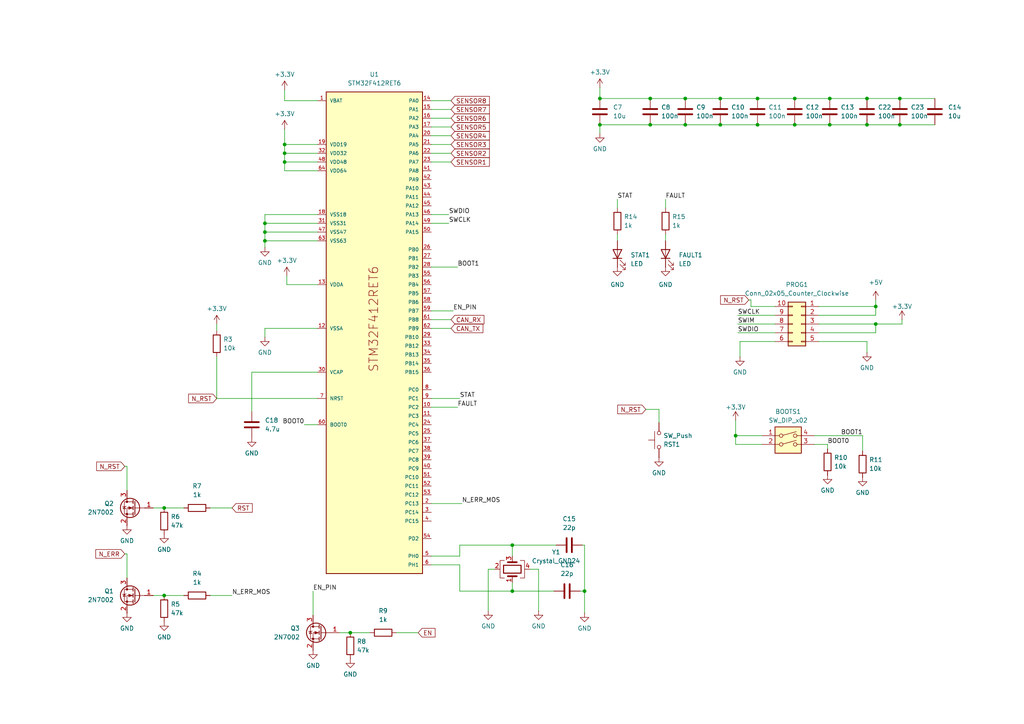
<source format=kicad_sch>
(kicad_sch (version 20231120) (generator "eeschema") (generator_version "8.0")
  (paper "A4")
  (lib_symbols
    (symbol "Connector_Generic:Conn_02x05_Counter_Clockwise" (pin_names (offset 1.016) hide)
      (property "Reference" "J" (at 1.27 7.62 0))
      (property "Value" "Conn_02x05_Counter_Clockwise" (at 1.27 -7.62 0))
      (symbol "Conn_02x05_Counter_Clockwise_1_1"
        (rectangle (start -1.27 -4.953) (end 0 -5.207) (stroke (width 0.1524)))
        (rectangle (start -1.27 -2.413) (end 0 -2.667) (stroke (width 0.1524)))
        (rectangle (start -1.27 0.127) (end 0 -0.127) (stroke (width 0.1524)))
        (rectangle (start -1.27 2.667) (end 0 2.413) (stroke (width 0.1524)))
        (rectangle (start -1.27 5.207) (end 0 4.953) (stroke (width 0.1524)))
        (rectangle (start -1.27 6.35) (end 3.81 -6.35) (stroke (width 0.254)) (fill (type background)))
        (rectangle (start 3.81 -4.953) (end 2.54 -5.207) (stroke (width 0.1524)))
        (rectangle (start 3.81 -2.413) (end 2.54 -2.667) (stroke (width 0.1524)))
        (rectangle (start 3.81 0.127) (end 2.54 -0.127) (stroke (width 0.1524)))
        (rectangle (start 3.81 2.667) (end 2.54 2.413) (stroke (width 0.1524)))
        (rectangle (start 3.81 5.207) (end 2.54 4.953) (stroke (width 0.1524)))
        (pin passive line (at -5.08 5.08 0) (length 3.81) (name "Pin_1") (number "1"))
        (pin passive line (at 7.62 5.08 180) (length 3.81) (name "Pin_10") (number "10"))
        (pin passive line (at -5.08 2.54 0) (length 3.81) (name "Pin_2") (number "2"))
        (pin passive line (at -5.08 0 0) (length 3.81) (name "Pin_3") (number "3"))
        (pin passive line (at -5.08 -2.54 0) (length 3.81) (name "Pin_4") (number "4"))
        (pin passive line (at -5.08 -5.08 0) (length 3.81) (name "Pin_5") (number "5"))
        (pin passive line (at 7.62 -5.08 180) (length 3.81) (name "Pin_6") (number "6"))
        (pin passive line (at 7.62 -2.54 180) (length 3.81) (name "Pin_7") (number "7"))
        (pin passive line (at 7.62 0 180) (length 3.81) (name "Pin_8") (number "8"))
        (pin passive line (at 7.62 2.54 180) (length 3.81) (name "Pin_9") (number "9"))
      )
    )
    (symbol "Device:C" (pin_numbers hide) (pin_names (offset 0.254))
      (property "Reference" "C" (at 0.635 2.54 0))
      (property "Value" "C" (at 0.635 -2.54 0))
      (symbol "C_0_1"
        (polyline (pts (xy -2.032 -0.762) (xy 2.032 -0.762)) (stroke (width 0.508)))
        (polyline (pts (xy -2.032 0.762) (xy 2.032 0.762)) (stroke (width 0.508)))
      )
      (symbol "C_1_1"
        (pin passive line (at 0 3.81 270) (length 2.794) (name "~") (number "1"))
        (pin passive line (at 0 -3.81 90) (length 2.794) (name "~") (number "2"))
      )
    )
    (symbol "Device:Crystal_GND24" (pin_names (offset 1.016) hide)
      (property "Reference" "Y" (at 3.175 5.08 0))
      (property "Value" "Crystal_GND24" (at 3.175 3.175 0))
      (symbol "Crystal_GND24_0_1"
        (rectangle (start -1.143 2.54) (end 1.143 -2.54) (stroke (width 0.3048)))
        (polyline (pts (xy -2.54 0) (xy -2.032 0)))
        (polyline (pts (xy -2.032 -1.27) (xy -2.032 1.27)) (stroke (width 0.508)))
        (polyline (pts (xy 0 -3.81) (xy 0 -3.556)))
        (polyline (pts (xy 0 3.556) (xy 0 3.81)))
        (polyline (pts (xy 2.032 -1.27) (xy 2.032 1.27)) (stroke (width 0.508)))
        (polyline (pts (xy 2.032 0) (xy 2.54 0)))
        (polyline (pts (xy -2.54 -2.286) (xy -2.54 -3.556) (xy 2.54 -3.556) (xy 2.54 -2.286)))
        (polyline (pts (xy -2.54 2.286) (xy -2.54 3.556) (xy 2.54 3.556) (xy 2.54 2.286)))
      )
      (symbol "Crystal_GND24_1_1"
        (pin passive line (at -3.81 0 0) (length 1.27) (name "1") (number "1"))
        (pin passive line (at 0 5.08 270) (length 1.27) (name "2") (number "2"))
        (pin passive line (at 3.81 0 180) (length 1.27) (name "3") (number "3"))
        (pin passive line (at 0 -5.08 90) (length 1.27) (name "4") (number "4"))
      )
    )
    (symbol "Device:LED" (pin_numbers hide) (pin_names (offset 1.016) hide)
      (property "Reference" "D" (at 0 2.54 0))
      (property "Value" "LED" (at 0 -2.54 0))
      (symbol "LED_0_1"
        (polyline (pts (xy -1.27 -1.27) (xy -1.27 1.27)) (stroke (width 0.254)))
        (polyline (pts (xy -1.27 0) (xy 1.27 0)))
        (polyline (pts (xy 1.27 -1.27) (xy 1.27 1.27) (xy -1.27 0) (xy 1.27 -1.27)) (stroke (width 0.254)))
        (polyline (pts (xy -3.048 -0.762) (xy -4.572 -2.286) (xy -3.81 -2.286) (xy -4.572 -2.286) (xy -4.572 -1.524)))
        (polyline (pts (xy -1.778 -0.762) (xy -3.302 -2.286) (xy -2.54 -2.286) (xy -3.302 -2.286) (xy -3.302 -1.524)))
      )
      (symbol "LED_1_1"
        (pin passive line (at -3.81 0 0) (length 2.54) (name "K") (number "1"))
        (pin passive line (at 3.81 0 180) (length 2.54) (name "A") (number "2"))
      )
    )
    (symbol "Device:R" (pin_numbers hide) (pin_names (offset 0))
      (property "Reference" "R" (at 2.032 0 90))
      (property "Value" "R" (at 0 0 90))
      (symbol "R_0_1"
        (rectangle (start -1.016 -2.54) (end 1.016 2.54) (stroke (width 0.254)))
      )
      (symbol "R_1_1"
        (pin passive line (at 0 3.81 270) (length 1.27) (name "~") (number "1"))
        (pin passive line (at 0 -3.81 90) (length 1.27) (name "~") (number "2"))
      )
    )
    (symbol "GND_1" (power) (pin_numbers hide) (pin_names (offset 0) hide)
      (property "Value" "GND" (at 0 -3.81 0))
      (symbol "GND_1_0_1"
        (polyline (pts (xy 0 0) (xy 0 -1.27) (xy 1.27 -1.27) (xy 0 -2.54) (xy -1.27 -1.27) (xy 0 -1.27)))
      )
      (symbol "GND_1_1_1"
        (pin power_in line (at 0 0 270) (length 0) (name "~") (number "1"))
      )
    )
    (symbol "STM32F412RET6:STM32F412RET6" (pin_names (offset 1.016))
      (property "Reference" "U" (at 0 140.208 0))
      (property "Value" "STM32F412RET6" (at 0 -2.54 0))
      (symbol "STM32F412RET6_0_0"
        (rectangle (start 0 0) (end 27.94 139.7) (stroke (width 0.254)) (fill (type background)))
        (text "STM32F412RET6" (at 15.24 58.42 900) (effects (font (size 2.54 2.54)) (justify left bottom)))
        (pin power_in line (at -2.54 137.16 0) (length 2.54) (name "VBAT") (number "1"))
        (pin bidirectional line (at 30.48 48.26 180) (length 2.54) (name "PC2") (number "10"))
        (pin bidirectional line (at 30.48 45.72 180) (length 2.54) (name "PC3") (number "11"))
        (pin power_in line (at -2.54 71.12 0) (length 2.54) (name "VSSA") (number "12"))
        (pin power_in line (at -2.54 83.82 0) (length 2.54) (name "VDDA") (number "13"))
        (pin bidirectional line (at 30.48 137.16 180) (length 2.54) (name "PA0") (number "14"))
        (pin bidirectional line (at 30.48 134.62 180) (length 2.54) (name "PA1") (number "15"))
        (pin bidirectional line (at 30.48 132.08 180) (length 2.54) (name "PA2") (number "16"))
        (pin bidirectional line (at 30.48 129.54 180) (length 2.54) (name "PA3") (number "17"))
        (pin power_in line (at -2.54 104.14 0) (length 2.54) (name "VSS18") (number "18"))
        (pin power_in line (at -2.54 124.46 0) (length 2.54) (name "VDD19") (number "19"))
        (pin bidirectional line (at 30.48 20.32 180) (length 2.54) (name "PC13") (number "2"))
        (pin bidirectional line (at 30.48 127 180) (length 2.54) (name "PA4") (number "20"))
        (pin bidirectional line (at 30.48 124.46 180) (length 2.54) (name "PA5") (number "21"))
        (pin bidirectional line (at 30.48 121.92 180) (length 2.54) (name "PA6") (number "22"))
        (pin bidirectional line (at 30.48 119.38 180) (length 2.54) (name "PA7") (number "23"))
        (pin bidirectional line (at 30.48 43.18 180) (length 2.54) (name "PC4") (number "24"))
        (pin bidirectional line (at 30.48 40.64 180) (length 2.54) (name "PC5") (number "25"))
        (pin bidirectional line (at 30.48 93.98 180) (length 2.54) (name "PB0") (number "26"))
        (pin bidirectional line (at 30.48 91.44 180) (length 2.54) (name "PB1") (number "27"))
        (pin bidirectional line (at 30.48 88.9 180) (length 2.54) (name "PB2") (number "28"))
        (pin bidirectional line (at 30.48 68.58 180) (length 2.54) (name "PB10") (number "29"))
        (pin bidirectional line (at 30.48 17.78 180) (length 2.54) (name "PC14") (number "3"))
        (pin power_in line (at -2.54 58.42 0) (length 2.54) (name "VCAP") (number "30"))
        (pin power_in line (at -2.54 101.6 0) (length 2.54) (name "VSS31") (number "31"))
        (pin power_in line (at -2.54 121.92 0) (length 2.54) (name "VDD32") (number "32"))
        (pin bidirectional line (at 30.48 66.04 180) (length 2.54) (name "PB12") (number "33"))
        (pin bidirectional line (at 30.48 63.5 180) (length 2.54) (name "PB13") (number "34"))
        (pin bidirectional line (at 30.48 60.96 180) (length 2.54) (name "PB14") (number "35"))
        (pin bidirectional line (at 30.48 58.42 180) (length 2.54) (name "PB15") (number "36"))
        (pin bidirectional line (at 30.48 38.1 180) (length 2.54) (name "PC6") (number "37"))
        (pin bidirectional line (at 30.48 35.56 180) (length 2.54) (name "PC7") (number "38"))
        (pin bidirectional line (at 30.48 33.02 180) (length 2.54) (name "PC8") (number "39"))
        (pin bidirectional line (at 30.48 15.24 180) (length 2.54) (name "PC15") (number "4"))
        (pin bidirectional line (at 30.48 30.48 180) (length 2.54) (name "PC9") (number "40"))
        (pin bidirectional line (at 30.48 116.84 180) (length 2.54) (name "PA8") (number "41"))
        (pin bidirectional line (at 30.48 114.3 180) (length 2.54) (name "PA9") (number "42"))
        (pin bidirectional line (at 30.48 111.76 180) (length 2.54) (name "PA10") (number "43"))
        (pin bidirectional line (at 30.48 109.22 180) (length 2.54) (name "PA11") (number "44"))
        (pin bidirectional line (at 30.48 106.68 180) (length 2.54) (name "PA12") (number "45"))
        (pin bidirectional line (at 30.48 104.14 180) (length 2.54) (name "PA13") (number "46"))
        (pin power_in line (at -2.54 99.06 0) (length 2.54) (name "VSS47") (number "47"))
        (pin power_in line (at -2.54 119.38 0) (length 2.54) (name "VDD48") (number "48"))
        (pin bidirectional line (at 30.48 101.6 180) (length 2.54) (name "PA14") (number "49"))
        (pin bidirectional line (at 30.48 5.08 180) (length 2.54) (name "PH0") (number "5"))
        (pin bidirectional line (at 30.48 99.06 180) (length 2.54) (name "PA15") (number "50"))
        (pin bidirectional line (at 30.48 27.94 180) (length 2.54) (name "PC10") (number "51"))
        (pin bidirectional line (at 30.48 25.4 180) (length 2.54) (name "PC11") (number "52"))
        (pin bidirectional line (at 30.48 22.86 180) (length 2.54) (name "PC12") (number "53"))
        (pin bidirectional line (at 30.48 10.16 180) (length 2.54) (name "PD2") (number "54"))
        (pin bidirectional line (at 30.48 86.36 180) (length 2.54) (name "PB3") (number "55"))
        (pin bidirectional line (at 30.48 83.82 180) (length 2.54) (name "PB4") (number "56"))
        (pin bidirectional line (at 30.48 81.28 180) (length 2.54) (name "PB5") (number "57"))
        (pin bidirectional line (at 30.48 78.74 180) (length 2.54) (name "PB6") (number "58"))
        (pin bidirectional line (at 30.48 76.2 180) (length 2.54) (name "PB7") (number "59"))
        (pin bidirectional line (at 30.48 2.54 180) (length 2.54) (name "PH1") (number "6"))
        (pin input line (at -2.54 43.18 0) (length 2.54) (name "BOOT0") (number "60"))
        (pin bidirectional line (at 30.48 73.66 180) (length 2.54) (name "PB8") (number "61"))
        (pin bidirectional line (at 30.48 71.12 180) (length 2.54) (name "PB9") (number "62"))
        (pin power_in line (at -2.54 96.52 0) (length 2.54) (name "VSS63") (number "63"))
        (pin power_in line (at -2.54 116.84 0) (length 2.54) (name "VDD64") (number "64"))
        (pin input line (at -2.54 50.8 0) (length 2.54) (name "NRST") (number "7"))
        (pin bidirectional line (at 30.48 53.34 180) (length 2.54) (name "PC0") (number "8"))
        (pin bidirectional line (at 30.48 50.8 180) (length 2.54) (name "PC1") (number "9"))
      )
    )
    (symbol "Switch:SW_DIP_x02" (pin_names (offset 0) hide)
      (property "Reference" "SW" (at 0 6.35 0))
      (property "Value" "SW_DIP_x02" (at 0 -3.81 0))
      (symbol "SW_DIP_x02_0_0"
        (circle (center -2.032 0) (radius 0.508))
        (circle (center -2.032 2.54) (radius 0.508))
        (polyline (pts (xy -1.524 0.127) (xy 2.3622 1.1684)))
        (polyline (pts (xy -1.524 2.667) (xy 2.3622 3.7084)))
        (circle (center 2.032 0) (radius 0.508))
        (circle (center 2.032 2.54) (radius 0.508))
      )
      (symbol "SW_DIP_x02_0_1"
        (rectangle (start -3.81 5.08) (end 3.81 -2.54) (stroke (width 0.254)) (fill (type background)))
      )
      (symbol "SW_DIP_x02_1_1"
        (pin passive line (at -7.62 2.54 0) (length 5.08) (name "~") (number "1"))
        (pin passive line (at -7.62 0 0) (length 5.08) (name "~") (number "2"))
        (pin passive line (at 7.62 0 180) (length 5.08) (name "~") (number "3"))
        (pin passive line (at 7.62 2.54 180) (length 5.08) (name "~") (number "4"))
      )
    )
    (symbol "Switch:SW_Push" (pin_numbers hide) (pin_names (offset 1.016) hide)
      (property "Reference" "SW" (at 1.27 2.54 0))
      (property "Value" "SW_Push" (at 0 -1.524 0))
      (symbol "SW_Push_0_1"
        (circle (center -2.032 0) (radius 0.508))
        (polyline (pts (xy 0 1.27) (xy 0 3.048)))
        (polyline (pts (xy 2.54 1.27) (xy -2.54 1.27)))
        (circle (center 2.032 0) (radius 0.508))
        (pin passive line (at -5.08 0 0) (length 2.54) (name "1") (number "1"))
        (pin passive line (at 5.08 0 180) (length 2.54) (name "2") (number "2"))
      )
    )
    (symbol "Transistor_FET:2N7002" (pin_names hide)
      (property "Reference" "Q" (at 5.08 1.905 0))
      (property "Value" "2N7002" (at 5.08 0 0))
      (symbol "2N7002_0_1"
        (polyline (pts (xy 0.254 0) (xy -2.54 0)))
        (polyline (pts (xy 0.254 1.905) (xy 0.254 -1.905)) (stroke (width 0.254)))
        (polyline (pts (xy 0.762 -1.27) (xy 0.762 -2.286)) (stroke (width 0.254)))
        (polyline (pts (xy 0.762 0.508) (xy 0.762 -0.508)) (stroke (width 0.254)))
        (polyline (pts (xy 0.762 2.286) (xy 0.762 1.27)) (stroke (width 0.254)))
        (polyline (pts (xy 2.54 2.54) (xy 2.54 1.778)))
        (polyline (pts (xy 2.54 -2.54) (xy 2.54 0) (xy 0.762 0)))
        (polyline (pts (xy 0.762 -1.778) (xy 3.302 -1.778) (xy 3.302 1.778) (xy 0.762 1.778)))
        (polyline (pts (xy 1.016 0) (xy 2.032 0.381) (xy 2.032 -0.381) (xy 1.016 0)) (fill (type outline)))
        (polyline (pts (xy 2.794 0.508) (xy 2.921 0.381) (xy 3.683 0.381) (xy 3.81 0.254)))
        (polyline (pts (xy 3.302 0.381) (xy 2.921 -0.254) (xy 3.683 -0.254) (xy 3.302 0.381)))
        (circle (center 1.651 0) (radius 2.794) (stroke (width 0.254)))
        (circle (center 2.54 -1.778) (radius 0.254) (fill (type outline)))
        (circle (center 2.54 1.778) (radius 0.254) (fill (type outline)))
      )
      (symbol "2N7002_1_1"
        (pin input line (at -5.08 0 0) (length 2.54) (name "G") (number "1"))
        (pin passive line (at 2.54 -5.08 90) (length 2.54) (name "S") (number "2"))
        (pin passive line (at 2.54 5.08 270) (length 2.54) (name "D") (number "3"))
      )
    )
    (symbol "power:+3.3V" (power) (pin_numbers hide) (pin_names (offset 0) hide)
      (property "Value" "+3.3V" (at 0 3.556 0))
      (symbol "+3.3V_0_1"
        (polyline (pts (xy -0.762 1.27) (xy 0 2.54)))
        (polyline (pts (xy 0 0) (xy 0 2.54)))
        (polyline (pts (xy 0 2.54) (xy 0.762 1.27)))
      )
      (symbol "+3.3V_1_1"
        (pin power_in line (at 0 0 90) (length 0) (name "~") (number "1"))
      )
    )
    (symbol "power:GND" (power) (pin_numbers hide) (pin_names (offset 0) hide)
      (property "Value" "GND" (at 0 -3.81 0))
      (symbol "GND_0_1"
        (polyline (pts (xy 0 0) (xy 0 -1.27) (xy 1.27 -1.27) (xy 0 -2.54) (xy -1.27 -1.27) (xy 0 -1.27)))
      )
      (symbol "GND_1_1"
        (pin power_in line (at 0 0 270) (length 0) (name "~") (number "1"))
      )
    )
  )
  (junction (at 101.6 183.515))
  (junction (at 230.505 28.575))
  (junction (at 169.545 171.45))
  (junction (at 47.625 147.32))
  (junction (at 254 88.9))
  (junction (at 260.985 36.195))
  (junction (at 260.985 28.575))
  (junction (at 47.625 172.72))
  (junction (at 219.71 36.195))
  (junction (at 76.835 64.77))
  (junction (at 76.835 69.85))
  (junction (at 188.595 28.575))
  (junction (at 82.55 44.45))
  (junction (at 208.915 28.575))
  (junction (at 173.99 36.195))
  (junction (at 148.59 171.45))
  (junction (at 198.755 36.195))
  (junction (at 213.36 126.365))
  (junction (at 208.915 36.195))
  (junction (at 240.665 28.575))
  (junction (at 219.71 28.575))
  (junction (at 251.46 28.575))
  (junction (at 240.665 36.195))
  (junction (at 188.595 36.195))
  (junction (at 173.99 28.575))
  (junction (at 251.46 36.195))
  (junction (at 148.59 158.115))
  (junction (at 76.835 67.31))
  (junction (at 230.505 36.195))
  (junction (at 254 93.98))
  (junction (at 82.55 46.99))
  (junction (at 82.55 41.91))
  (junction (at 198.755 28.575))
  (wire (pts (xy 133.35 171.45) (xy 148.59 171.45)))
  (wire (pts (xy 125.095 41.91) (xy 130.81 41.91)))
  (wire (pts (xy 125.095 95.25) (xy 130.81 95.25)))
  (wire (pts (xy 73.025 119.38) (xy 73.025 107.95)))
  (wire (pts (xy 133.35 158.115) (xy 148.59 158.115)))
  (wire (pts (xy 36.83 135.255) (xy 36.195 135.255)))
  (wire (pts (xy 213.995 91.44) (xy 224.79 91.44)))
  (wire (pts (xy 213.36 128.905) (xy 213.36 126.365)))
  (wire (pts (xy 191.135 118.745) (xy 191.135 122.555)))
  (wire (pts (xy 148.59 171.45) (xy 160.655 171.45)))
  (wire (pts (xy 83.185 80.01) (xy 83.185 82.55)))
  (wire (pts (xy 173.99 28.575) (xy 188.595 28.575)))
  (wire (pts (xy 36.83 160.655) (xy 36.195 160.655)))
  (wire (pts (xy 125.095 163.83) (xy 133.35 163.83)))
  (wire (pts (xy 82.55 26.035) (xy 82.55 29.21)))
  (wire (pts (xy 217.805 88.9) (xy 224.79 88.9)))
  (wire (pts (xy 92.075 46.99) (xy 82.55 46.99)))
  (wire (pts (xy 168.275 171.45) (xy 169.545 171.45)))
  (wire (pts (xy 173.99 25.4) (xy 173.99 28.575)))
  (wire (pts (xy 125.095 92.71) (xy 130.81 92.71)))
  (wire (pts (xy 125.095 62.23) (xy 130.175 62.23)))
  (wire (pts (xy 47.625 172.72) (xy 53.34 172.72)))
  (wire (pts (xy 214.63 99.06) (xy 214.63 103.505)))
  (wire (pts (xy 92.075 49.53) (xy 82.55 49.53)))
  (wire (pts (xy 213.36 121.92) (xy 213.36 126.365)))
  (wire (pts (xy 213.995 93.98) (xy 224.79 93.98)))
  (wire (pts (xy 125.095 115.57) (xy 133.35 115.57)))
  (wire (pts (xy 251.46 36.195) (xy 260.985 36.195)))
  (wire (pts (xy 98.425 183.515) (xy 101.6 183.515)))
  (wire (pts (xy 260.985 28.575) (xy 271.145 28.575)))
  (wire (pts (xy 213.36 126.365) (xy 220.98 126.365)))
  (wire (pts (xy 156.21 165.1) (xy 156.21 177.165)))
  (wire (pts (xy 250.19 126.365) (xy 250.19 130.81)))
  (wire (pts (xy 125.095 161.29) (xy 133.35 161.29)))
  (wire (pts (xy 198.755 28.575) (xy 208.915 28.575)))
  (wire (pts (xy 125.095 36.83) (xy 130.81 36.83)))
  (wire (pts (xy 36.83 167.64) (xy 36.83 160.655)))
  (wire (pts (xy 82.55 44.45) (xy 82.55 41.91)))
  (wire (pts (xy 237.49 96.52) (xy 254 96.52)))
  (wire (pts (xy 260.985 36.195) (xy 271.145 36.195)))
  (wire (pts (xy 62.865 115.57) (xy 92.075 115.57)))
  (wire (pts (xy 125.095 44.45) (xy 130.81 44.45)))
  (wire (pts (xy 179.07 67.945) (xy 179.07 69.85)))
  (wire (pts (xy 76.835 67.31) (xy 76.835 69.85)))
  (wire (pts (xy 125.095 146.05) (xy 133.985 146.05)))
  (wire (pts (xy 141.605 177.165) (xy 141.605 165.1)))
  (wire (pts (xy 73.025 107.95) (xy 92.075 107.95)))
  (wire (pts (xy 261.62 93.98) (xy 254 93.98)))
  (wire (pts (xy 101.6 183.515) (xy 107.315 183.515)))
  (wire (pts (xy 76.835 64.77) (xy 92.075 64.77)))
  (wire (pts (xy 188.595 28.575) (xy 198.755 28.575)))
  (wire (pts (xy 214.63 99.06) (xy 224.79 99.06)))
  (wire (pts (xy 62.865 103.505) (xy 62.865 115.57)))
  (wire (pts (xy 76.835 95.25) (xy 76.835 97.79)))
  (wire (pts (xy 169.545 171.45) (xy 169.545 177.8)))
  (wire (pts (xy 254 88.9) (xy 254 91.44)))
  (wire (pts (xy 230.505 28.575) (xy 240.665 28.575)))
  (wire (pts (xy 220.98 128.905) (xy 213.36 128.905)))
  (wire (pts (xy 133.35 161.29) (xy 133.35 158.115)))
  (wire (pts (xy 148.59 171.45) (xy 148.59 168.91)))
  (wire (pts (xy 133.35 163.83) (xy 133.35 171.45)))
  (wire (pts (xy 179.07 57.785) (xy 179.07 60.325)))
  (wire (pts (xy 230.505 36.195) (xy 240.665 36.195)))
  (wire (pts (xy 188.595 36.195) (xy 198.755 36.195)))
  (wire (pts (xy 82.55 41.91) (xy 82.55 37.465)))
  (wire (pts (xy 125.095 90.17) (xy 131.445 90.17)))
  (wire (pts (xy 125.095 34.29) (xy 130.81 34.29)))
  (wire (pts (xy 76.835 69.85) (xy 92.075 69.85)))
  (wire (pts (xy 168.91 158.115) (xy 169.545 158.115)))
  (wire (pts (xy 125.095 46.99) (xy 130.81 46.99)))
  (wire (pts (xy 125.095 118.11) (xy 132.715 118.11)))
  (wire (pts (xy 60.96 147.32) (xy 67.31 147.32)))
  (wire (pts (xy 125.095 64.77) (xy 130.175 64.77)))
  (wire (pts (xy 236.22 128.905) (xy 240.03 128.905)))
  (wire (pts (xy 44.45 172.72) (xy 47.625 172.72)))
  (wire (pts (xy 237.49 88.9) (xy 254 88.9)))
  (wire (pts (xy 76.835 71.755) (xy 76.835 69.85)))
  (wire (pts (xy 193.04 67.945) (xy 193.04 69.85)))
  (wire (pts (xy 76.835 64.77) (xy 76.835 67.31)))
  (wire (pts (xy 148.59 158.115) (xy 161.29 158.115)))
  (wire (pts (xy 254 88.9) (xy 254 86.995)))
  (wire (pts (xy 88.265 123.19) (xy 92.075 123.19)))
  (wire (pts (xy 92.075 95.25) (xy 76.835 95.25)))
  (wire (pts (xy 82.55 49.53) (xy 82.55 46.99)))
  (wire (pts (xy 148.59 158.115) (xy 148.59 161.29)))
  (wire (pts (xy 213.995 96.52) (xy 224.79 96.52)))
  (wire (pts (xy 198.755 36.195) (xy 208.915 36.195)))
  (wire (pts (xy 217.805 86.995) (xy 217.805 88.9)))
  (wire (pts (xy 237.49 99.06) (xy 251.46 99.06)))
  (wire (pts (xy 114.935 183.515) (xy 121.285 183.515)))
  (wire (pts (xy 83.185 82.55) (xy 92.075 82.55)))
  (wire (pts (xy 208.915 28.575) (xy 219.71 28.575)))
  (wire (pts (xy 125.095 39.37) (xy 130.81 39.37)))
  (wire (pts (xy 240.665 28.575) (xy 251.46 28.575)))
  (wire (pts (xy 237.49 93.98) (xy 254 93.98)))
  (wire (pts (xy 217.17 86.995) (xy 217.805 86.995)))
  (wire (pts (xy 125.095 77.47) (xy 132.715 77.47)))
  (wire (pts (xy 141.605 165.1) (xy 143.51 165.1)))
  (wire (pts (xy 254 96.52) (xy 254 93.98)))
  (wire (pts (xy 240.03 128.905) (xy 240.03 130.175)))
  (wire (pts (xy 76.835 67.31) (xy 92.075 67.31)))
  (wire (pts (xy 236.22 126.365) (xy 250.19 126.365)))
  (wire (pts (xy 36.83 142.24) (xy 36.83 135.255)))
  (wire (pts (xy 82.55 29.21) (xy 92.075 29.21)))
  (wire (pts (xy 47.625 147.32) (xy 53.34 147.32)))
  (wire (pts (xy 92.075 44.45) (xy 82.55 44.45)))
  (wire (pts (xy 76.835 62.23) (xy 76.835 64.77)))
  (wire (pts (xy 82.55 46.99) (xy 82.55 44.45)))
  (wire (pts (xy 251.46 99.06) (xy 251.46 102.235)))
  (wire (pts (xy 219.71 36.195) (xy 230.505 36.195)))
  (wire (pts (xy 219.71 28.575) (xy 230.505 28.575)))
  (wire (pts (xy 169.545 158.115) (xy 169.545 171.45)))
  (wire (pts (xy 125.095 29.21) (xy 130.81 29.21)))
  (wire (pts (xy 92.075 62.23) (xy 76.835 62.23)))
  (wire (pts (xy 153.67 165.1) (xy 156.21 165.1)))
  (wire (pts (xy 193.04 57.785) (xy 193.04 60.325)))
  (wire (pts (xy 240.665 36.195) (xy 251.46 36.195)))
  (wire (pts (xy 60.96 172.72) (xy 67.31 172.72)))
  (wire (pts (xy 90.805 178.435) (xy 90.805 171.45)))
  (wire (pts (xy 62.865 93.98) (xy 62.865 95.885)))
  (wire (pts (xy 173.99 36.195) (xy 173.99 38.735)))
  (wire (pts (xy 261.62 93.98) (xy 261.62 92.71)))
  (wire (pts (xy 188.595 36.195) (xy 173.99 36.195)))
  (wire (pts (xy 251.46 28.575) (xy 260.985 28.575)))
  (wire (pts (xy 92.075 41.91) (xy 82.55 41.91)))
  (wire (pts (xy 208.915 36.195) (xy 219.71 36.195)))
  (wire (pts (xy 187.325 118.745) (xy 191.135 118.745)))
  (wire (pts (xy 125.095 31.75) (xy 130.81 31.75)))
  (wire (pts (xy 44.45 147.32) (xy 47.625 147.32)))
  (wire (pts (xy 237.49 91.44) (xy 254 91.44)))
  (label "SWCLK" (at 213.995 91.44 0))
  (label "BOOT1" (at 250.19 126.365 180))
  (label "FAULT" (at 193.04 57.785 0))
  (label "EN_PIN" (at 90.805 171.45 0))
  (label "SWCLK" (at 130.175 64.77 0))
  (label "EN_PIN" (at 131.445 90.17 0))
  (label "SWDIO" (at 130.175 62.23 0))
  (label "STAT" (at 133.35 115.57 0))
  (label "SWDIO" (at 213.995 96.52 0))
  (label "N_ERR_MOS" (at 67.31 172.72 0))
  (label "STAT" (at 179.07 57.785 0))
  (label "FAULT" (at 132.715 118.11 0))
  (label "BOOT0" (at 240.03 128.905 0))
  (label "N_ERR_MOS" (at 133.985 146.05 0))
  (label "SWIM" (at 213.995 93.98 0))
  (label "BOOT0" (at 88.265 123.19 180))
  (label "BOOT1" (at 132.715 77.47 0))
  (global_label "N_RST" (shape input) (at 217.17 86.995 180) (property "Intersheetrefs" "${INTERSHEET_REFS}" (effects (hide yes))))
  (global_label "SENSOR7" (shape input) (at 130.81 31.75 0) (property "Intersheetrefs" "${INTERSHEET_REFS}" (effects (hide yes))))
  (global_label "CAN_RX" (shape input) (at 130.81 92.71 0) (property "Intersheetrefs" "${INTERSHEET_REFS}" (effects (hide yes))))
  (global_label "CAN_TX" (shape input) (at 130.81 95.25 0) (property "Intersheetrefs" "${INTERSHEET_REFS}" (effects (hide yes))))
  (global_label "SENSOR5" (shape input) (at 130.81 36.83 0) (property "Intersheetrefs" "${INTERSHEET_REFS}" (effects (hide yes))))
  (global_label "SENSOR1" (shape input) (at 130.81 46.99 0) (property "Intersheetrefs" "${INTERSHEET_REFS}" (effects (hide yes))))
  (global_label "SENSOR3" (shape input) (at 130.81 41.91 0) (property "Intersheetrefs" "${INTERSHEET_REFS}" (effects (hide yes))))
  (global_label "N_RST" (shape input) (at 187.325 118.745 180) (property "Intersheetrefs" "${INTERSHEET_REFS}" (effects (hide yes))))
  (global_label "SENSOR2" (shape input) (at 130.81 44.45 0) (property "Intersheetrefs" "${INTERSHEET_REFS}" (effects (hide yes))))
  (global_label "N_RST" (shape input) (at 36.195 135.255 180) (property "Intersheetrefs" "${INTERSHEET_REFS}" (effects (hide yes))))
  (global_label "SENSOR4" (shape input) (at 130.81 39.37 0) (property "Intersheetrefs" "${INTERSHEET_REFS}" (effects (hide yes))))
  (global_label "SENSOR6" (shape input) (at 130.81 34.29 0) (property "Intersheetrefs" "${INTERSHEET_REFS}" (effects (hide yes))))
  (global_label "SENSOR8" (shape input) (at 130.81 29.21 0) (property "Intersheetrefs" "${INTERSHEET_REFS}" (effects (hide yes))))
  (global_label "RST" (shape input) (at 67.31 147.32 0) (property "Intersheetrefs" "${INTERSHEET_REFS}" (effects (hide yes))))
  (global_label "EN" (shape input) (at 121.285 183.515 0) (property "Intersheetrefs" "${INTERSHEET_REFS}" (effects (hide yes))))
  (global_label "N_RST" (shape input) (at 62.865 115.57 180) (property "Intersheetrefs" "${INTERSHEET_REFS}" (effects (hide yes))))
  (global_label "N_ERR" (shape input) (at 36.195 160.655 180) (property "Intersheetrefs" "${INTERSHEET_REFS}" (effects (hide yes))))
  (symbol (lib_id "power:+3.3V") (at 254 86.995 0) (unit 1)
    (property "Reference" "#PWR036" (effects (hide yes)))
    (property "Value" "+5V" (at 254 81.915 0))
  )
  (symbol (lib_id "power:GND") (at 250.19 138.43 0) (unit 1)
    (property "Reference" "#PWR041" (effects (hide yes)))
    (property "Value" "GND" (at 250.19 142.875 0))
    (property "Description" "Power symbol creates a global label with name \"GND\" , ground" (effects (hide yes)))
  )
  (symbol (lib_id "power:GND") (at 76.835 97.79 0) (unit 1)
    (property "Reference" "#PWR022" (effects (hide yes)))
    (property "Value" "GND" (at 76.835 102.235 0))
    (property "Description" "Power symbol creates a global label with name \"GND\" , ground" (effects (hide yes)))
  )
  (symbol (lib_id "power:GND") (at 240.03 137.795 0) (unit 1)
    (property "Reference" "#PWR040" (effects (hide yes)))
    (property "Value" "GND" (at 240.03 142.24 0))
    (property "Description" "Power symbol creates a global label with name \"GND\" , ground" (effects (hide yes)))
  )
  (symbol (lib_id "Device:C") (at 208.915 32.385 0) (unit 1)
    (property "Reference" "C10" (at 212.09 31.1149 0) (effects (justify left)))
    (property "Value" "100n" (at 212.09 33.6549 0) (effects (justify left)))
    (property "Footprint" "Capacitor_SMD:C_0603_1608Metric_Pad1.08x0.95mm_HandSolder" (effects (hide yes)))
    (property "Description" "Unpolarized capacitor" (effects (hide yes)))
  )
  (symbol (lib_id "power:GND") (at 191.135 132.715 0) (unit 1)
    (property "Reference" "#PWR043" (effects (hide yes)))
    (property "Value" "GND" (at 191.135 137.16 0))
    (property "Description" "Power symbol creates a global label with name \"GND\" , ground" (effects (hide yes)))
  )
  (symbol (lib_id "Device:C") (at 165.1 158.115 90) (unit 1)
    (property "Reference" "C15" (at 165.1 150.495 90))
    (property "Value" "22p" (at 165.1 153.035 90))
    (property "Footprint" "Capacitor_SMD:C_0603_1608Metric_Pad1.08x0.95mm_HandSolder" (effects (hide yes)))
    (property "Description" "Unpolarized capacitor" (effects (hide yes)))
  )
  (symbol (lib_id "power:+3.3V") (at 83.185 80.01 0) (unit 1)
    (property "Reference" "#PWR019" (effects (hide yes)))
    (property "Value" "+3.3V" (at 83.185 75.565 0))
    (property "Description" "Power symbol creates a global label with name \"+3.3V\"" (effects (hide yes)))
  )
  (symbol (lib_id "Device:R") (at 111.125 183.515 90) (unit 1)
    (property "Reference" "R9" (at 111.125 177.165 90))
    (property "Value" "1k" (at 111.125 179.705 90))
    (property "Footprint" "Resistor_SMD:R_0603_1608Metric_Pad0.98x0.95mm_HandSolder" (effects (hide yes)))
    (property "Description" "Resistor" (effects (hide yes)))
  )
  (symbol (lib_id "power:+3.3V") (at 82.55 26.035 0) (unit 1)
    (property "Reference" "#PWR018" (effects (hide yes)))
    (property "Value" "+3.3V" (at 82.55 21.59 0))
    (property "Description" "Power symbol creates a global label with name \"+3.3V\"" (effects (hide yes)))
  )
  (symbol (lib_id "power:GND") (at 214.63 103.505 0) (unit 1)
    (property "Reference" "#PWR034" (effects (hide yes)))
    (property "Value" "GND" (at 214.63 107.95 0))
    (property "Description" "Power symbol creates a global label with name \"GND\" , ground" (effects (hide yes)))
  )
  (symbol (lib_id "Device:C") (at 240.665 32.385 0) (unit 1)
    (property "Reference" "C13" (at 243.84 31.1149 0) (effects (justify left)))
    (property "Value" "100n" (at 243.84 33.6549 0) (effects (justify left)))
    (property "Footprint" "Capacitor_SMD:C_0603_1608Metric_Pad1.08x0.95mm_HandSolder" (effects (hide yes)))
    (property "Description" "Unpolarized capacitor" (effects (hide yes)))
  )
  (symbol (lib_id "Device:LED") (at 193.04 73.66 90) (unit 1)
    (property "Reference" "FAULT1" (at 196.85 73.9774 90) (effects (justify right)))
    (property "Value" "LED" (at 196.85 76.5174 90) (effects (justify right)))
    (property "Footprint" "LED_SMD:LED_0805_2012Metric_Pad1.15x1.40mm_HandSolder" (effects (hide yes)))
    (property "Description" "Light emitting diode" (effects (hide yes)))
  )
  (symbol (lib_id "power:GND") (at 47.625 154.94 0) (mirror y) (unit 1)
    (property "Reference" "#PWR033" (effects (hide yes)))
    (property "Value" "GND" (at 47.625 159.385 0))
    (property "Description" "Power symbol creates a global label with name \"GND\" , ground" (effects (hide yes)))
  )
  (symbol (lib_id "power:GND") (at 76.835 71.755 0) (unit 1)
    (property "Reference" "#PWR021" (effects (hide yes)))
    (property "Value" "GND" (at 76.835 76.2 0))
    (property "Description" "Power symbol creates a global label with name \"GND\" , ground" (effects (hide yes)))
  )
  (symbol (lib_id "Device:R") (at 57.15 147.32 90) (unit 1)
    (property "Reference" "R7" (at 57.15 140.97 90))
    (property "Value" "1k" (at 57.15 143.51 90))
    (property "Footprint" "Resistor_SMD:R_0603_1608Metric_Pad0.98x0.95mm_HandSolder" (effects (hide yes)))
    (property "Description" "Resistor" (effects (hide yes)))
  )
  (symbol (lib_id "Device:C") (at 251.46 32.385 0) (unit 1)
    (property "Reference" "C22" (at 254.635 31.1149 0) (effects (justify left)))
    (property "Value" "100n" (at 254.635 33.6549 0) (effects (justify left)))
    (property "Footprint" "Capacitor_SMD:C_0603_1608Metric_Pad1.08x0.95mm_HandSolder" (effects (hide yes)))
    (property "Description" "Unpolarized capacitor" (effects (hide yes)))
  )
  (symbol (lib_id "Device:LED") (at 179.07 73.66 90) (unit 1)
    (property "Reference" "STAT1" (at 182.88 73.9774 90) (effects (justify right)))
    (property "Value" "LED" (at 182.88 76.5174 90) (effects (justify right)))
    (property "Footprint" "LED_SMD:LED_0805_2012Metric_Pad1.15x1.40mm_HandSolder" (effects (hide yes)))
    (property "Description" "Light emitting diode" (effects (hide yes)))
  )
  (symbol (lib_id "power:GND") (at 73.025 127 0) (unit 1)
    (property "Reference" "#PWR015" (effects (hide yes)))
    (property "Value" "GND" (at 73.025 131.445 0))
    (property "Description" "Power symbol creates a global label with name \"GND\" , ground" (effects (hide yes)))
  )
  (symbol (lib_id "power:GND") (at 169.545 177.8 0) (unit 1)
    (property "Reference" "#PWR028" (effects (hide yes)))
    (property "Value" "GND" (at 169.545 182.245 0))
    (property "Description" "Power symbol creates a global label with name \"GND\" , ground" (effects (hide yes)))
  )
  (symbol (lib_id "Device:R") (at 47.625 151.13 180) (unit 1)
    (property "Reference" "R6" (at 49.53 149.8599 0) (effects (justify right)))
    (property "Value" "47k" (at 49.53 152.3999 0) (effects (justify right)))
    (property "Footprint" "Resistor_SMD:R_0603_1608Metric_Pad0.98x0.95mm_HandSolder" (effects (hide yes)))
    (property "Description" "Resistor" (effects (hide yes)))
  )
  (symbol (lib_id "power:GND") (at 251.46 102.235 0) (unit 1)
    (property "Reference" "#PWR035" (effects (hide yes)))
    (property "Value" "GND" (at 251.46 106.68 0))
    (property "Description" "Power symbol creates a global label with name \"GND\" , ground" (effects (hide yes)))
  )
  (symbol (lib_id "Device:C") (at 230.505 32.385 0) (unit 1)
    (property "Reference" "C12" (at 233.68 31.1149 0) (effects (justify left)))
    (property "Value" "100n" (at 233.68 33.6549 0) (effects (justify left)))
    (property "Footprint" "Capacitor_SMD:C_0603_1608Metric_Pad1.08x0.95mm_HandSolder" (effects (hide yes)))
    (property "Description" "Unpolarized capacitor" (effects (hide yes)))
  )
  (symbol (lib_id "power:GND") (at 173.99 38.735 0) (unit 1)
    (property "Reference" "#PWR025" (effects (hide yes)))
    (property "Value" "GND" (at 173.99 43.18 0))
    (property "Description" "Power symbol creates a global label with name \"GND\" , ground" (effects (hide yes)))
  )
  (symbol (lib_id "power:GND") (at 141.605 177.165 0) (unit 1)
    (property "Reference" "#PWR026" (effects (hide yes)))
    (property "Value" "GND" (at 141.605 181.61 0))
    (property "Description" "Power symbol creates a global label with name \"GND\" , ground" (effects (hide yes)))
  )
  (symbol (lib_id "Device:C") (at 271.145 32.385 0) (unit 1)
    (property "Reference" "C14" (at 274.955 31.1149 0) (effects (justify left)))
    (property "Value" "10u" (at 274.955 33.6549 0) (effects (justify left)))
    (property "Footprint" "Capacitor_SMD:C_0805_2012Metric_Pad1.18x1.45mm_HandSolder" (effects (hide yes)))
    (property "Description" "Unpolarized capacitor" (effects (hide yes)))
  )
  (symbol (lib_id "Transistor_FET:2N7002") (at 93.345 183.515 0) (mirror y) (unit 1)
    (property "Reference" "Q3" (at 86.995 182.2449 0) (effects (justify left)))
    (property "Value" "2N7002" (at 86.995 184.7849 0) (effects (justify left)))
    (property "Footprint" "Package_TO_SOT_SMD:SOT-23" (effects (hide yes)))
    (property "Datasheet" "https://www.onsemi.com/pub/Collateral/NDS7002A-D.PDF" (effects (hide yes)))
    (property "Description" "0.115A Id, 60V Vds, N-Channel MOSFET, SOT-23" (effects (hide yes)))
  )
  (symbol (lib_id "power:GND") (at 47.625 180.34 0) (mirror y) (unit 1)
    (property "Reference" "#PWR031" (effects (hide yes)))
    (property "Value" "GND" (at 47.625 184.785 0))
    (property "Description" "Power symbol creates a global label with name \"GND\" , ground" (effects (hide yes)))
  )
  (symbol (lib_id "Device:R") (at 47.625 176.53 180) (unit 1)
    (property "Reference" "R5" (at 49.53 175.2599 0) (effects (justify right)))
    (property "Value" "47k" (at 49.53 177.7999 0) (effects (justify right)))
    (property "Footprint" "Resistor_SMD:R_0603_1608Metric_Pad0.98x0.95mm_HandSolder" (effects (hide yes)))
    (property "Description" "Resistor" (effects (hide yes)))
  )
  (symbol (lib_id "Device:R") (at 101.6 187.325 180) (unit 1)
    (property "Reference" "R8" (at 103.505 186.0549 0) (effects (justify right)))
    (property "Value" "47k" (at 103.505 188.5949 0) (effects (justify right)))
    (property "Footprint" "Resistor_SMD:R_0603_1608Metric_Pad0.98x0.95mm_HandSolder" (effects (hide yes)))
    (property "Description" "Resistor" (effects (hide yes)))
  )
  (symbol (lib_id "power:GND") (at 36.83 152.4 0) (mirror y) (unit 1)
    (property "Reference" "#PWR032" (effects (hide yes)))
    (property "Value" "GND" (at 36.83 156.845 0))
    (property "Description" "Power symbol creates a global label with name \"GND\" , ground" (effects (hide yes)))
  )
  (symbol (lib_id "Device:R") (at 62.865 99.695 0) (unit 1)
    (property "Reference" "R3" (at 64.77 98.4249 0) (effects (justify left)))
    (property "Value" "10k" (at 64.77 100.9649 0) (effects (justify left)))
    (property "Footprint" "Resistor_SMD:R_0603_1608Metric_Pad0.98x0.95mm_HandSolder" (effects (hide yes)))
    (property "Description" "Resistor" (effects (hide yes)))
  )
  (symbol (lib_id "Switch:SW_Push") (at 191.135 127.635 90) (mirror x) (unit 1)
    (property "Reference" "RST1" (at 192.405 128.9051 90) (effects (justify right)))
    (property "Value" "SW_Push" (at 192.405 126.3651 90) (effects (justify right)))
    (property "Footprint" "Button_Switch_THT:SW_Tactile_SPST_Angled_PTS645Vx39-2LFS" (effects (hide yes)))
    (property "Description" "Push button switch, generic, two pins" (effects (hide yes)))
  )
  (symbol (lib_id "power:+3.3V") (at 173.99 25.4 0) (unit 1)
    (property "Reference" "#PWR024" (effects (hide yes)))
    (property "Value" "+3.3V" (at 173.99 20.955 0))
    (property "Description" "Power symbol creates a global label with name \"+3.3V\"" (effects (hide yes)))
  )
  (symbol (lib_id "STM32F412RET6:STM32F412RET6") (at 94.615 166.37 0) (unit 1)
    (property "Reference" "U1" (at 108.585 21.59 0))
    (property "Value" "STM32F412RET6" (at 108.585 24.13 0))
    (property "Footprint" "STM32F412RET6:LQFP-10X10-64" (effects (hide yes)))
    (property "MF" "STMicroelectronics" (effects (hide yes)))
    (property "Description_1" "\nARM® Cortex®-M4 STM32F4 Microcontroller IC 32-Bit Single-Core 100MHz 512KB (512K x 8) FLASH 64-LQFP (10x10)\n" (effects (hide yes)))
    (property "Package" "LQFP-64 STMicroelectronics" (effects (hide yes)))
    (property "Price" "None" (effects (hide yes)))
    (property "SnapEDA_Link" "https://www.snapeda.com/parts/STM32F412RET6/STMicroelectronics/view-part/?ref=snap" (effects (hide yes)))
    (property "MP" "STM32F412RET6" (effects (hide yes)))
    (property "Purchase-URL" "https://www.snapeda.com/api/url_track_click_mouser/?unipart_id=643795&manufacturer=STMicroelectronics&part_name=STM32F412RET6&search_term=stm32f412ret6" (effects (hide yes)))
    (property "Availability" "In Stock" (effects (hide yes)))
    (property "Check_prices" "https://www.snapeda.com/parts/STM32F412RET6/STMicroelectronics/view-part/?ref=eda" (effects (hide yes)))
  )
  (symbol (lib_id "power:GND") (at 156.21 177.165 0) (unit 1)
    (property "Reference" "#PWR027" (effects (hide yes)))
    (property "Value" "GND" (at 156.21 181.61 0))
    (property "Description" "Power symbol creates a global label with name \"GND\" , ground" (effects (hide yes)))
  )
  (symbol (lib_id "power:GND") (at 90.805 188.595 0) (mirror y) (unit 1)
    (property "Reference" "#PWR038" (effects (hide yes)))
    (property "Value" "GND" (at 90.805 193.04 0))
    (property "Description" "Power symbol creates a global label with name \"GND\" , ground" (effects (hide yes)))
  )
  (symbol (lib_id "Device:C") (at 188.595 32.385 0) (unit 1)
    (property "Reference" "C8" (at 191.77 31.1149 0) (effects (justify left)))
    (property "Value" "100n" (at 191.77 33.6549 0) (effects (justify left)))
    (property "Footprint" "Capacitor_SMD:C_0603_1608Metric_Pad1.08x0.95mm_HandSolder" (effects (hide yes)))
    (property "Description" "Unpolarized capacitor" (effects (hide yes)))
  )
  (symbol (lib_id "Device:C") (at 219.71 32.385 0) (unit 1)
    (property "Reference" "C11" (at 222.885 31.1149 0) (effects (justify left)))
    (property "Value" "100n" (at 222.885 33.6549 0) (effects (justify left)))
    (property "Footprint" "Capacitor_SMD:C_0603_1608Metric_Pad1.08x0.95mm_HandSolder" (effects (hide yes)))
    (property "Description" "Unpolarized capacitor" (effects (hide yes)))
  )
  (symbol (lib_id "Device:R") (at 193.04 64.135 0) (unit 1)
    (property "Reference" "R15" (at 194.945 62.8649 0) (effects (justify left)))
    (property "Value" "1k" (at 194.945 65.4049 0) (effects (justify left)))
    (property "Footprint" "Resistor_SMD:R_0603_1608Metric_Pad0.98x0.95mm_HandSolder" (effects (hide yes)))
    (property "Description" "Resistor" (effects (hide yes)))
  )
  (symbol (lib_id "Switch:SW_DIP_x02") (at 228.6 128.905 0) (unit 1)
    (property "Reference" "BOOTS1" (at 228.6 119.38 0))
    (property "Value" "SW_DIP_x02" (at 228.6 121.92 0))
    (property "Footprint" "Button_Switch_SMD:SW_DIP_SPSTx02_Slide_6.7x6.64mm_W8.61mm_P2.54mm_LowProfile" (effects (hide yes)))
    (property "Description" "2x DIP Switch, Single Pole Single Throw (SPST) switch, small symbol" (effects (hide yes)))
  )
  (symbol (lib_id "power:+3.3V") (at 62.865 93.98 0) (unit 1)
    (property "Reference" "#PWR023" (effects (hide yes)))
    (property "Value" "+3.3V" (at 62.865 89.535 0))
    (property "Description" "Power symbol creates a global label with name \"+3.3V\"" (effects (hide yes)))
  )
  (symbol (lib_name "GND_1") (lib_id "power:GND") (at 193.04 77.47 0) (unit 1)
    (property "Reference" "#PWR071" (effects (hide yes)))
    (property "Value" "GND" (at 193.04 82.55 0))
    (property "Description" "Power symbol creates a global label with name \"GND\" , ground" (effects (hide yes)))
  )
  (symbol (lib_id "power:GND") (at 36.83 177.8 0) (mirror y) (unit 1)
    (property "Reference" "#PWR016" (effects (hide yes)))
    (property "Value" "GND" (at 36.83 182.245 0))
    (property "Description" "Power symbol creates a global label with name \"GND\" , ground" (effects (hide yes)))
  )
  (symbol (lib_id "Device:C") (at 173.99 32.385 0) (unit 1)
    (property "Reference" "C7" (at 177.8 31.1149 0) (effects (justify left)))
    (property "Value" "10u" (at 177.8 33.6549 0) (effects (justify left)))
    (property "Footprint" "Capacitor_SMD:C_0805_2012Metric_Pad1.18x1.45mm_HandSolder" (effects (hide yes)))
    (property "Description" "Unpolarized capacitor" (effects (hide yes)))
  )
  (symbol (lib_id "power:GND") (at 101.6 191.135 0) (mirror y) (unit 1)
    (property "Reference" "#PWR039" (effects (hide yes)))
    (property "Value" "GND" (at 101.6 195.58 0))
    (property "Description" "Power symbol creates a global label with name \"GND\" , ground" (effects (hide yes)))
  )
  (symbol (lib_id "Transistor_FET:2N7002") (at 39.37 147.32 0) (mirror y) (unit 1)
    (property "Reference" "Q2" (at 33.02 146.0499 0) (effects (justify left)))
    (property "Value" "2N7002" (at 33.02 148.5899 0) (effects (justify left)))
    (property "Footprint" "Package_TO_SOT_SMD:SOT-23" (effects (hide yes)))
    (property "Datasheet" "https://www.onsemi.com/pub/Collateral/NDS7002A-D.PDF" (effects (hide yes)))
    (property "Description" "0.115A Id, 60V Vds, N-Channel MOSFET, SOT-23" (effects (hide yes)))
  )
  (symbol (lib_id "Device:Crystal_GND24") (at 148.59 165.1 90) (unit 1)
    (property "Reference" "Y1" (at 161.29 160.1468 90))
    (property "Value" "Crystal_GND24" (at 161.29 162.6868 90))
    (property "Footprint" "Crystal:Crystal_SMD_2520-4Pin_2.5x2.0mm" (effects (hide yes)))
    (property "Description" "Four pin crystal, GND on pins 2 and 4" (effects (hide yes)))
  )
  (symbol (lib_id "Connector_Generic:Conn_02x05_Counter_Clockwise") (at 232.41 93.98 0) (mirror y) (unit 1)
    (property "Reference" "PROG1" (at 231.14 82.55 0))
    (property "Value" "Conn_02x05_Counter_Clockwise" (at 231.14 85.09 0))
    (property "Footprint" "Connector_IDC:IDC-Header_2x05_P2.54mm_Horizontal" (effects (hide yes)))
    (property "Description" "Generic connector, double row, 02x05, counter clockwise pin numbering scheme (similar to DIP package numbering), script generated (kicad-library-utils/schlib/autogen/connector/)" (effects (hide yes)))
  )
  (symbol (lib_id "Device:R") (at 57.15 172.72 90) (unit 1)
    (property "Reference" "R4" (at 57.15 166.37 90))
    (property "Value" "1k" (at 57.15 168.91 90))
    (property "Footprint" "Resistor_SMD:R_0603_1608Metric_Pad0.98x0.95mm_HandSolder" (effects (hide yes)))
    (property "Description" "Resistor" (effects (hide yes)))
  )
  (symbol (lib_id "Device:R") (at 179.07 64.135 0) (unit 1)
    (property "Reference" "R14" (at 180.975 62.8649 0) (effects (justify left)))
    (property "Value" "1k" (at 180.975 65.4049 0) (effects (justify left)))
    (property "Footprint" "Resistor_SMD:R_0603_1608Metric_Pad0.98x0.95mm_HandSolder" (effects (hide yes)))
    (property "Description" "Resistor" (effects (hide yes)))
  )
  (symbol (lib_id "power:+3.3V") (at 261.62 92.71 0) (unit 1)
    (property "Reference" "#PWR037" (effects (hide yes)))
    (property "Value" "+3.3V" (at 261.62 88.9 0))
  )
  (symbol (lib_id "Transistor_FET:2N7002") (at 39.37 172.72 0) (mirror y) (unit 1)
    (property "Reference" "Q1" (at 33.02 171.4499 0) (effects (justify left)))
    (property "Value" "2N7002" (at 33.02 173.9899 0) (effects (justify left)))
    (property "Footprint" "Package_TO_SOT_SMD:SOT-23" (effects (hide yes)))
    (property "Datasheet" "https://www.onsemi.com/pub/Collateral/NDS7002A-D.PDF" (effects (hide yes)))
    (property "Description" "0.115A Id, 60V Vds, N-Channel MOSFET, SOT-23" (effects (hide yes)))
  )
  (symbol (lib_id "Device:R") (at 240.03 133.985 0) (unit 1)
    (property "Reference" "R10" (at 241.935 132.7149 0) (effects (justify left)))
    (property "Value" "10k" (at 241.935 135.2549 0) (effects (justify left)))
    (property "Footprint" "Resistor_SMD:R_0603_1608Metric_Pad0.98x0.95mm_HandSolder" (effects (hide yes)))
    (property "Description" "Resistor" (effects (hide yes)))
  )
  (symbol (lib_id "power:+3.3V") (at 82.55 37.465 0) (unit 1)
    (property "Reference" "#PWR020" (effects (hide yes)))
    (property "Value" "+3.3V" (at 82.55 33.02 0))
    (property "Description" "Power symbol creates a global label with name \"+3.3V\"" (effects (hide yes)))
  )
  (symbol (lib_name "GND_1") (lib_id "power:GND") (at 179.07 77.47 0) (unit 1)
    (property "Reference" "#PWR069" (effects (hide yes)))
    (property "Value" "GND" (at 179.07 82.55 0))
    (property "Description" "Power symbol creates a global label with name \"GND\" , ground" (effects (hide yes)))
  )
  (symbol (lib_id "Device:C") (at 260.985 32.385 0) (unit 1)
    (property "Reference" "C23" (at 264.16 31.1149 0) (effects (justify left)))
    (property "Value" "100n" (at 264.16 33.6549 0) (effects (justify left)))
    (property "Footprint" "Capacitor_SMD:C_0603_1608Metric_Pad1.08x0.95mm_HandSolder" (effects (hide yes)))
    (property "Description" "Unpolarized capacitor" (effects (hide yes)))
  )
  (symbol (lib_id "Device:C") (at 198.755 32.385 0) (unit 1)
    (property "Reference" "C9" (at 201.93 31.1149 0) (effects (justify left)))
    (property "Value" "100n" (at 201.93 33.6549 0) (effects (justify left)))
    (property "Footprint" "Capacitor_SMD:C_0603_1608Metric_Pad1.08x0.95mm_HandSolder" (effects (hide yes)))
    (property "Description" "Unpolarized capacitor" (effects (hide yes)))
  )
  (symbol (lib_id "Device:C") (at 164.465 171.45 90) (unit 1)
    (property "Reference" "C16" (at 164.465 163.83 90))
    (property "Value" "22p" (at 164.465 166.37 90))
    (property "Footprint" "Capacitor_SMD:C_0603_1608Metric_Pad1.08x0.95mm_HandSolder" (effects (hide yes)))
    (property "Description" "Unpolarized capacitor" (effects (hide yes)))
  )
  (symbol (lib_id "power:+3.3V") (at 213.36 121.92 0) (unit 1)
    (property "Reference" "#PWR042" (effects (hide yes)))
    (property "Value" "+3.3V" (at 213.36 118.11 0))
  )
  (symbol (lib_id "Device:C") (at 73.025 123.19 0) (unit 1)
    (property "Reference" "C18" (at 76.835 121.9199 0) (effects (justify left)))
    (property "Value" "4.7u" (at 76.835 124.4599 0) (effects (justify left)))
    (property "Footprint" "Capacitor_SMD:C_0805_2012Metric_Pad1.18x1.45mm_HandSolder" (effects (hide yes)))
    (property "Description" "Unpolarized capacitor" (effects (hide yes)))
  )
  (symbol (lib_id "Device:R") (at 250.19 134.62 0) (unit 1)
    (property "Reference" "R11" (at 252.095 133.3499 0) (effects (justify left)))
    (property "Value" "10k" (at 252.095 135.8899 0) (effects (justify left)))
    (property "Footprint" "Resistor_SMD:R_0603_1608Metric_Pad0.98x0.95mm_HandSolder" (effects (hide yes)))
    (property "Description" "Resistor" (effects (hide yes)))
  )
)
</source>
